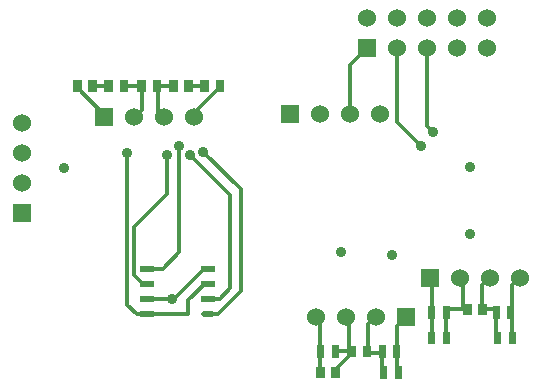
<source format=gbr>
G04 start of page 3 for group 1 idx 3
G04 Title: TX Daughterboard, component *
G04 Creator: pcb 20070208 *
G04 CreationDate: Sat Jan 19 00:46:11 2008 UTC *
G04 For: matt *
G04 Format: Gerber/RS-274X *
G04 PCB-Dimensions: 275000 250000 *
G04 PCB-Coordinate-Origin: lower left *
%MOIN*%
%FSLAX24Y24*%
%LNFRONT*%
%ADD12C,0.0130*%
%ADD13R,0.0600X0.0600*%
%ADD14C,0.0600*%
%ADD15C,0.0360*%
%ADD17C,0.0380*%
%ADD18C,0.0560*%
%ADD19C,0.0400*%
%ADD20C,0.1280*%
%ADD21C,0.0200*%
%ADD22R,0.0200X0.0200*%
%ADD23R,0.0295X0.0295*%
%ADD24R,0.0240X0.0240*%
G54D12*X10850Y11900D02*X10950Y11850D01*
X10900Y6850D02*X11250Y6550D01*
X10900Y11850D02*Y6850D01*
X11150Y9450D02*Y7850D01*
X12650Y12150D02*Y8600D01*
X12100Y8050D01*
X11600D01*
X12250Y10550D02*X11150Y9450D01*
Y7850D02*X11450Y7550D01*
Y7500D01*
X14700Y10700D02*Y7300D01*
X14350Y10500D02*Y7400D01*
X14700Y7300D02*X13950Y6550D01*
X14350Y7400D02*X14000Y7050D01*
X13650D01*
X12950Y7000D02*X13500Y7550D01*
X13460Y8050D02*X12460Y7050D01*
X13950Y6550D02*X13650D01*
X11250D02*X11500D01*
X11700D02*X12950D01*
Y7000D01*
X12460Y7050D02*X11550D01*
X12400D02*X11500D01*
X13450Y11950D02*X14700Y10700D01*
X13000Y11850D02*X14350Y10500D01*
X12250Y11850D02*Y10550D01*
X12955Y14199D02*X13005Y14150D01*
X13500D01*
X14005Y14100D02*X13150Y13244D01*
Y13100D01*
X12444Y14199D02*X12394Y14150D01*
X11850D01*
X12150Y13100D02*X11950Y13300D01*
Y14100D01*
X11150Y13100D02*X11394Y13344D01*
Y14100D01*
Y14199D02*X11344Y14150D01*
X10800D01*
X10294Y14199D02*X10244Y14150D01*
X9800D01*
X9244Y14100D02*X10150Y13194D01*
Y13100D01*
X18900Y15400D02*X18350Y14850D01*
Y13150D01*
X20700Y12150D02*X19900Y12950D01*
Y15350D01*
X21100Y12600D02*X20900Y12800D01*
Y15350D01*
X19200Y6450D02*X18950Y6200D01*
X20200Y6450D02*X19900Y6150D01*
X18300Y5300D02*X17850D01*
X18394Y5250D02*X17900Y4756D01*
Y4700D01*
X17344Y6305D02*Y4649D01*
X18200Y6450D02*X18300Y6350D01*
Y5300D01*
X17200Y6450D02*X17344Y6305D01*
X18950Y6200D02*Y5250D01*
X18905Y5349D02*X19005Y5250D01*
X19400D01*
Y4600D01*
X19900Y6150D02*Y4600D01*
X21060Y7690D02*Y5660D01*
X21540Y5840D02*X21550Y5850D01*
Y6650D01*
X21600Y6700D01*
X22250D01*
X23200D02*X22800D01*
X22000Y7750D02*X22100Y7650D01*
X23000Y7750D02*X22750Y7500D01*
X22100Y7650D02*Y6750D01*
X22750Y7500D02*Y6700D01*
X24000Y7750D02*X23750Y7500D01*
Y5750D01*
X23260Y5840D02*X23200Y5900D01*
Y6700D01*
X21000Y7750D02*X21060Y7690D01*
G54D13*X21000Y7750D03*
G54D14*X22000D03*
X23000D03*
X24000D03*
G54D13*X20200Y6450D03*
G54D14*X19200D03*
X18200D03*
X17200D03*
G54D13*X7400Y9900D03*
G54D14*Y10900D03*
Y11900D03*
Y12900D03*
G54D13*X10150Y13100D03*
G54D14*X11150D03*
G54D13*X16350Y13200D03*
G54D14*X17350D03*
X18350D03*
X12150Y13100D03*
X13150D03*
X18900Y16400D03*
X19900Y15400D03*
Y16400D03*
X20900D03*
X21900D03*
X22900D03*
X20900Y15400D03*
X21900D03*
X22900D03*
G54D13*X18900D03*
G54D14*X19350Y13200D03*
G54D15*X10900Y11900D03*
X8800Y11400D03*
X13450Y11950D03*
X13000Y11850D03*
X12650Y12150D03*
X12250Y11850D03*
X12400Y7050D03*
X18050Y8600D03*
X19750Y8500D03*
X22350Y9200D03*
Y11450D03*
X20700Y12150D03*
X21100Y12600D03*
G54D22*X11420Y8050D02*X11700D01*
X11420Y7550D02*X11700D01*
X11420Y7050D02*X11700D01*
X11420Y6550D02*X11700D01*
G54D23*X14005Y14199D02*Y14100D01*
X13494Y14199D02*Y14100D01*
X10294Y14199D02*Y14100D01*
X10805Y14199D02*Y14100D01*
X11394Y14199D02*Y14100D01*
X11905Y14199D02*Y14100D01*
X12444Y14199D02*Y14100D01*
X12955Y14199D02*Y14100D01*
X9244Y14199D02*Y14100D01*
X9755Y14199D02*Y14100D01*
G54D24*X23260Y5840D02*Y5660D01*
X23740Y5840D02*Y5660D01*
X21540Y6690D02*Y6510D01*
Y5840D02*Y5660D01*
X23210Y6690D02*Y6510D01*
X23690Y6690D02*Y6510D01*
G54D23*X22244Y6749D02*Y6650D01*
X22755Y6749D02*Y6650D01*
G54D21*X13460Y6550D02*X13740D01*
G54D22*X13460Y7050D02*X13740D01*
X13460Y7550D02*X13740D01*
X13460Y8050D02*X13740D01*
G54D24*X21060Y6690D02*Y6510D01*
Y5840D02*Y5660D01*
X19460Y4690D02*Y4510D01*
X19940Y4690D02*Y4510D01*
G54D23*X18905Y5349D02*Y5250D01*
X18394Y5349D02*Y5250D01*
G54D24*X17840Y5390D02*Y5210D01*
X19410Y5390D02*Y5210D01*
X19890Y5390D02*Y5210D01*
X17360Y5390D02*Y5210D01*
G54D23*X17855Y4649D02*Y4550D01*
X17344Y4649D02*Y4550D01*
G54D17*G54D18*G54D17*G54D18*G54D17*G54D19*G54D17*G54D20*G54D21*G54D20*G54D21*G54D20*G54D21*M02*

</source>
